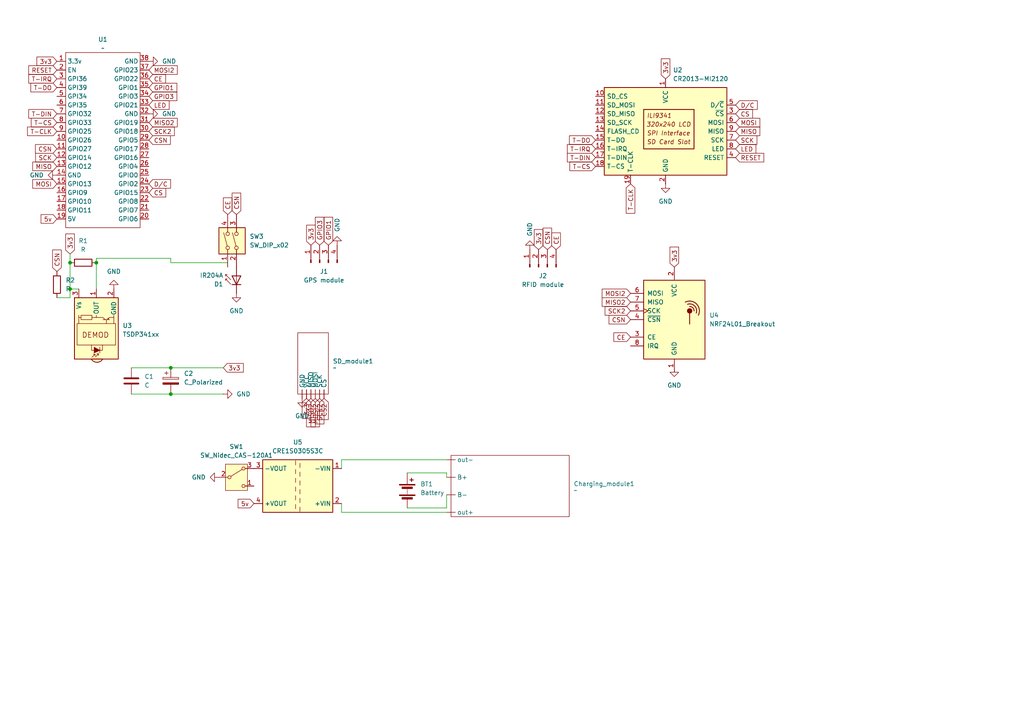
<source format=kicad_sch>
(kicad_sch (version 20250114) (generator "eeschema") (generator_version "9.0")
  (paper "A4")
  (lib_symbols
    (symbol "Connector:Conn_01x04_Pin" (pin_names (offset 1.016) (hide yes))
      (property "Reference" "J" (at 0 5.08 0))
      (property "Value" "Conn_01x04_Pin" (at 0 -7.62 0))
      (symbol "Conn_01x04_Pin_1_1"
        (rectangle (start 0.8636 2.667) (end 0 2.413) (stroke (width 0.1524)) (fill (type outline)))
        (rectangle (start 0.8636 0.127) (end 0 -0.127) (stroke (width 0.1524)) (fill (type outline)))
        (rectangle (start 0.8636 -2.413) (end 0 -2.667) (stroke (width 0.1524)) (fill (type outline)))
        (rectangle (start 0.8636 -4.953) (end 0 -5.207) (stroke (width 0.1524)) (fill (type outline)))
        (polyline (pts (xy 1.27 2.54) (xy 0.8636 2.54)) (stroke (width 0.1524)))
        (polyline (pts (xy 1.27 0) (xy 0.8636 0)) (stroke (width 0.1524)))
        (polyline (pts (xy 1.27 -2.54) (xy 0.8636 -2.54)) (stroke (width 0.1524)))
        (polyline (pts (xy 1.27 -5.08) (xy 0.8636 -5.08)) (stroke (width 0.1524)))
        (pin passive line (at 5.08 2.54 180) (length 3.81) (name "Pin_1") (number "1"))
        (pin passive line (at 5.08 0 180) (length 3.81) (name "Pin_2") (number "2"))
        (pin passive line (at 5.08 -2.54 180) (length 3.81) (name "Pin_3") (number "3"))
        (pin passive line (at 5.08 -5.08 180) (length 3.81) (name "Pin_4") (number "4"))
      )
    )
    (symbol "Device:Battery" (pin_numbers (hide yes)) (pin_names (offset 0) (hide yes))
      (property "Reference" "BT" (at 2.54 2.54 0))
      (property "Value" "Battery" (at 2.54 0 0))
      (symbol "Battery_0_1"
        (rectangle (start -2.286 1.778) (end 2.286 1.524) (fill (type outline)))
        (rectangle (start -2.286 -1.27) (end 2.286 -1.524) (fill (type outline)))
        (rectangle (start -1.524 1.016) (end 1.524 0.508) (fill (type outline)))
        (rectangle (start -1.524 -2.032) (end 1.524 -2.54) (fill (type outline)))
        (polyline (pts (xy 0 1.778) (xy 0 2.54)))
        (polyline (pts (xy 0 0) (xy 0 0.254)))
        (polyline (pts (xy 0 -0.508) (xy 0 -0.254)))
        (polyline (pts (xy 0 -1.016) (xy 0 -0.762)))
        (polyline (pts (xy 0.762 3.048) (xy 1.778 3.048)) (stroke (width 0.254)))
        (polyline (pts (xy 1.27 3.556) (xy 1.27 2.54)) (stroke (width 0.254)))
      )
      (symbol "Battery_1_1"
        (pin passive line (at 0 5.08 270) (length 2.54) (name "+") (number "1"))
        (pin passive line (at 0 -5.08 90) (length 2.54) (name "-") (number "2"))
      )
    )
    (symbol "Device:C" (pin_numbers (hide yes)) (pin_names (offset 0.254))
      (property "Reference" "C" (at 0.635 2.54 0))
      (property "Value" "C" (at 0.635 -2.54 0))
      (symbol "C_0_1"
        (polyline (pts (xy -2.032 0.762) (xy 2.032 0.762)) (stroke (width 0.508)))
        (polyline (pts (xy -2.032 -0.762) (xy 2.032 -0.762)) (stroke (width 0.508)))
      )
      (symbol "C_1_1"
        (pin passive line (at 0 3.81 270) (length 2.794) (name "~") (number "1"))
        (pin passive line (at 0 -3.81 90) (length 2.794) (name "~") (number "2"))
      )
    )
    (symbol "Device:C_Polarized" (pin_numbers (hide yes)) (pin_names (offset 0.254))
      (property "Reference" "C" (at 0.635 2.54 0))
      (property "Value" "C_Polarized" (at 0.635 -2.54 0))
      (symbol "C_Polarized_0_1"
        (rectangle (start -2.286 0.508) (end 2.286 1.016))
        (polyline (pts (xy -1.778 2.286) (xy -0.762 2.286)))
        (polyline (pts (xy -1.27 2.794) (xy -1.27 1.778)))
        (rectangle (start 2.286 -0.508) (end -2.286 -1.016) (fill (type outline)))
      )
      (symbol "C_Polarized_1_1"
        (pin passive line (at 0 3.81 270) (length 2.794) (name "~") (number "1"))
        (pin passive line (at 0 -3.81 90) (length 2.794) (name "~") (number "2"))
      )
    )
    (symbol "Device:R" (pin_numbers (hide yes)) (pin_names (offset 0))
      (property "Reference" "R" (at 2.032 0 90))
      (property "Value" "R" (at 0 0 90))
      (symbol "R_0_1"
        (rectangle (start -1.016 -2.54) (end 1.016 2.54) (stroke (width 0.254)))
      )
      (symbol "R_1_1"
        (pin passive line (at 0 3.81 270) (length 1.27) (name "~") (number "1"))
        (pin passive line (at 0 -3.81 90) (length 1.27) (name "~") (number "2"))
      )
    )
    (symbol "Driver_Display:CR2013-MI2120" (pin_names (offset 0.762))
      (property "Reference" "U2" (at 2.1433 17.78 0))
      (property "Value" "CR2013-MI2120" (at 2.1433 15.24 0))
      (symbol "CR2013-MI2120_0_0"
        (text "ILI9341" (at -5.461 4.572 0) (effects (font (size 1.27 1.27) (italic yes)) (justify left)))
        (text "SPI Interface" (at -5.461 -0.508 0) (effects (font (size 1.27 1.27) (italic yes)) (justify left)))
        (text "SD Card Slot" (at -5.461 -3.048 0) (effects (font (size 1.27 1.27) (italic yes)) (justify left)))
        (text "320x240 LCD" (at 0.889 2.032 0) (effects (font (size 1.27 1.27) (italic yes))))
      )
      (symbol "CR2013-MI2120_0_1"
        (rectangle (start -17.78 12.7) (end 17.78 -12.7) (stroke (width 0.254)) (fill (type background)))
        (rectangle (start -6.35 6.35) (end 8.255 -5.08) (stroke (width 0.254)))
      )
      (symbol "CR2013-MI2120_1_1"
        (pin input line (at -20.32 10.16 0) (length 2.54) (name "SD_CS") (number "10"))
        (pin input line (at -20.32 7.62 0) (length 2.54) (name "SD_MOSI") (number "11"))
        (pin output line (at -20.32 5.08 0) (length 2.54) (name "SD_MISO") (number "12"))
        (pin input line (at -20.32 2.54 0) (length 2.54) (name "SD_SCK") (number "13"))
        (pin input line (at -20.32 0 0) (length 2.54) (name "FLASH_CD") (number "14"))
        (pin output line (at -20.32 -2.54 0) (length 2.54) (name "T-DO") (number "15"))
        (pin input line (at -20.32 -5.08 0) (length 2.54) (name "T-IRQ") (number "16"))
        (pin input line (at -20.32 -7.62 0) (length 2.54) (name "T-DIN") (number "17"))
        (pin input line (at -20.32 -10.16 0) (length 2.54) (name "T-CS") (number "18"))
        (pin input line (at -10.16 -15.24 90) (length 2.54) (name "T-CLK") (number "19"))
        (pin power_in line (at 0 15.24 270) (length 2.54) (name "VCC") (number "1"))
        (pin power_in line (at 0 -15.24 90) (length 2.54) (name "GND") (number "2"))
        (pin input line (at 20.32 7.62 180) (length 2.54) (name "D/~{C}") (number "5"))
        (pin input line (at 20.32 5.08 180) (length 2.54) (name "~{CS}") (number "3"))
        (pin input line (at 20.32 2.54 180) (length 2.54) (name "MOSI") (number "6"))
        (pin output line (at 20.32 0 180) (length 2.54) (name "MISO") (number "9"))
        (pin input line (at 20.32 -2.54 180) (length 2.54) (name "SCK") (number "7"))
        (pin input line (at 20.32 -5.08 180) (length 2.54) (name "LED") (number "8"))
        (pin input line (at 20.32 -7.62 180) (length 2.54) (name "RESET") (number "4"))
      )
    )
    (symbol "Interface_Optical:TSDP341xx" (pin_names (offset 1.016))
      (property "Reference" "U" (at -10.16 7.62 0))
      (property "Value" "TSDP341xx" (at -10.16 -7.62 0))
      (symbol "TSDP341xx_0_0"
        (arc (start -10.287 -1.778) (mid -11.0899 -0.1905) (end -10.287 1.397) (stroke (width 0.254)) (fill (type background)))
        (polyline (pts (xy 1.905 5.08) (xy 0.127 5.08)))
        (polyline (pts (xy 1.905 -5.08) (xy 0.127 -5.08)))
        (text "DEMOD" (at -3.175 0.254 900) (effects (font (size 1.524 1.524))))
      )
      (symbol "TSDP341xx_0_1"
        (polyline (pts (xy -8.763 0.381) (xy -9.652 1.27)))
        (polyline (pts (xy -8.763 0.381) (xy -9.271 0.381)))
        (polyline (pts (xy -8.763 0.381) (xy -8.763 0.889)))
        (polyline (pts (xy -8.636 -0.635) (xy -9.525 0.254)))
        (polyline (pts (xy -8.636 -0.635) (xy -9.144 -0.635)))
        (polyline (pts (xy -8.636 -0.635) (xy -8.636 -0.127)))
        (polyline (pts (xy -8.382 0.635) (xy -6.731 0.635) (xy -7.62 -1.016) (xy -8.382 0.635)) (fill (type outline)))
        (polyline (pts (xy -8.382 -1.016) (xy -6.731 -1.016)))
        (rectangle (start -6.096 5.588) (end 0.127 -5.588))
        (polyline (pts (xy -6.096 1.397) (xy -7.62 1.397) (xy -7.62 -1.778) (xy -6.096 -1.778)))
        (polyline (pts (xy 1.27 -1.905) (xy 1.27 -3.81)))
        (polyline (pts (xy 1.27 -2.54) (xy 1.905 -1.905) (xy 1.905 0) (xy 2.54 0)))
        (polyline (pts (xy 1.27 -2.921) (xy 0.127 -2.921)))
        (polyline (pts (xy 1.27 -3.175) (xy 1.905 -3.81) (xy 1.905 -5.08) (xy 2.54 -5.08)))
        (polyline (pts (xy 1.397 -3.556) (xy 1.524 -3.556)))
        (polyline (pts (xy 1.651 -3.556) (xy 1.524 -3.556)))
        (polyline (pts (xy 1.651 -3.556) (xy 1.651 -3.302)))
        (polyline (pts (xy 1.905 4.445) (xy 1.905 5.08) (xy 2.54 5.08)))
        (polyline (pts (xy 1.905 0) (xy 1.905 1.27)))
        (rectangle (start 2.54 1.27) (end 1.27 4.445))
        (rectangle (start 7.62 6.35) (end -10.16 -6.35) (stroke (width 0.254)) (fill (type background)))
      )
      (symbol "TSDP341xx_1_1"
        (pin power_in line (at 10.16 5.08 180) (length 2.54) (name "Vs") (number "3"))
        (pin output line (at 10.16 0 180) (length 2.54) (name "OUT") (number "1"))
        (pin power_in line (at 10.16 -5.08 180) (length 2.54) (name "GND") (number "2"))
      )
    )
    (symbol "LED:IR204A" (pin_numbers (hide yes)) (pin_names (offset 1.016) (hide yes))
      (property "Reference" "D" (at 0.508 1.778 0))
      (property "Value" "IR204A" (at -1.016 -2.794 0))
      (symbol "IR204A_0_1"
        (polyline (pts (xy -2.54 1.27) (xy -2.54 -1.27)) (stroke (width 0.254)))
        (polyline (pts (xy -2.413 1.651) (xy -0.889 3.175) (xy -0.889 2.667) (xy -0.889 3.175) (xy -1.397 3.175)))
        (polyline (pts (xy -1.143 1.651) (xy 0.381 3.175) (xy 0.381 2.667)))
        (polyline (pts (xy 0 1.27) (xy -2.54 0) (xy 0 -1.27) (xy 0 1.27)) (stroke (width 0.254)))
        (polyline (pts (xy 0 0) (xy -2.54 0)))
        (polyline (pts (xy 0.381 3.175) (xy -0.127 3.175)))
      )
      (symbol "IR204A_1_1"
        (pin passive line (at -5.08 0 0) (length 2.54) (name "K") (number "1"))
        (pin passive line (at 2.54 0 180) (length 2.54) (name "A") (number "2"))
      )
    )
    (symbol "RF:NRF24L01_Breakout" (pin_names (offset 1.016))
      (property "Reference" "U" (at -8.89 12.7 0))
      (property "Value" "NRF24L01_Breakout" (at 3.81 12.7 0))
      (symbol "NRF24L01_Breakout_0_1"
        (rectangle (start -8.89 11.43) (end 8.89 -11.43) (stroke (width 0.254)) (fill (type background)))
        (arc (start 3.175 5.08) (mid 6.453 4.548) (end 6.985 1.27) (stroke (width 0.254)))
        (circle (center 4.445 2.54) (radius 0.635) (stroke (width 0.254)) (fill (type outline)))
        (polyline (pts (xy 4.445 1.905) (xy 4.445 -1.27)) (stroke (width 0.254)))
        (arc (start 3.81 4.445) (mid 5.8835 3.9785) (end 6.35 1.905) (stroke (width 0.254)))
        (arc (start 4.445 3.81) (mid 5.3558 3.4508) (end 5.715 2.54) (stroke (width 0.254)))
      )
      (symbol "NRF24L01_Breakout_1_1"
        (pin input line (at -12.7 7.62 0) (length 3.81) (name "MOSI") (number "6"))
        (pin output line (at -12.7 5.08 0) (length 3.81) (name "MISO") (number "7"))
        (pin input clock (at -12.7 2.54 0) (length 3.81) (name "SCK") (number "5"))
        (pin input line (at -12.7 0 0) (length 3.81) (name "~{CSN}") (number "4"))
        (pin input line (at -12.7 -5.08 0) (length 3.81) (name "CE") (number "3"))
        (pin output line (at -12.7 -7.62 0) (length 3.81) (name "IRQ") (number "8"))
        (pin power_in line (at 0 15.24 270) (length 3.81) (name "VCC") (number "2"))
        (pin power_in line (at 0 -15.24 90) (length 3.81) (name "GND") (number "1"))
      )
    )
    (symbol "Regulator_Switching:CRE1S0305S3C"
      (property "Reference" "U" (at -8.89 8.89 0))
      (property "Value" "CRE1S0305S3C" (at 2.54 8.89 0))
      (symbol "CRE1S0305S3C_0_1"
        (rectangle (start -10.16 7.62) (end 10.16 -7.62) (stroke (width 0.254)) (fill (type background)))
        (polyline (pts (xy -0.635 7.366) (xy -0.635 6.096)))
        (polyline (pts (xy -0.635 4.826) (xy -0.635 3.556)))
        (polyline (pts (xy -0.635 2.286) (xy -0.635 1.016)))
        (polyline (pts (xy -0.635 -0.254) (xy -0.635 -1.524)))
        (polyline (pts (xy -0.635 -2.794) (xy -0.635 -4.064)))
        (polyline (pts (xy -0.635 -5.334) (xy -0.635 -6.604)))
        (polyline (pts (xy 0.635 5.334) (xy 0.635 6.604)))
        (polyline (pts (xy 0.635 2.794) (xy 0.635 4.064)))
        (polyline (pts (xy 0.635 0.254) (xy 0.635 1.524)))
        (polyline (pts (xy 0.635 -2.286) (xy 0.635 -1.016)))
        (polyline (pts (xy 0.635 -4.826) (xy 0.635 -3.556)))
        (polyline (pts (xy 0.635 -7.366) (xy 0.635 -6.096)))
      )
      (symbol "CRE1S0305S3C_1_1"
        (pin power_in line (at -12.7 5.08 0) (length 2.54) (name "+VIN") (number "2"))
        (pin power_in line (at -12.7 -5.08 0) (length 2.54) (name "-VIN") (number "1"))
        (pin power_out line (at 12.7 5.08 180) (length 2.54) (name "+VOUT") (number "4"))
        (pin power_out line (at 12.7 -5.08 180) (length 2.54) (name "-VOUT") (number "3"))
      )
    )
    (symbol "Switch:SW_DIP_x02" (pin_names (offset 0) (hide yes))
      (property "Reference" "SW" (at 0 6.35 0))
      (property "Value" "SW_DIP_x02" (at 0 -3.81 0))
      (symbol "SW_DIP_x02_0_0"
        (circle (center -2.032 2.54) (radius 0.508))
        (circle (center -2.032 0) (radius 0.508))
        (polyline (pts (xy -1.524 2.667) (xy 2.3622 3.7084)))
        (polyline (pts (xy -1.524 0.127) (xy 2.3622 1.1684)))
        (circle (center 2.032 2.54) (radius 0.508))
        (circle (center 2.032 0) (radius 0.508))
      )
      (symbol "SW_DIP_x02_0_1"
        (rectangle (start -3.81 5.08) (end 3.81 -2.54) (stroke (width 0.254)) (fill (type background)))
      )
      (symbol "SW_DIP_x02_1_1"
        (pin passive line (at -7.62 2.54 0) (length 5.08) (name "~") (number "1"))
        (pin passive line (at -7.62 0 0) (length 5.08) (name "~") (number "2"))
        (pin passive line (at 7.62 2.54 180) (length 5.08) (name "~") (number "4"))
        (pin passive line (at 7.62 0 180) (length 5.08) (name "~") (number "3"))
      )
    )
    (symbol "Switch:SW_Nidec_CAS-120A1" (pin_names (offset 1) (hide yes))
      (property "Reference" "SW" (at 0 4.318 0))
      (property "Value" "SW_Nidec_CAS-120A1" (at 0 -5.08 0))
      (symbol "SW_Nidec_CAS-120A1_0_1"
        (circle (center -2.032 0) (radius 0.4572))
        (polyline (pts (xy -1.651 0.254) (xy 1.651 2.286)))
        (circle (center 2.032 2.54) (radius 0.4572))
        (circle (center 2.032 -2.54) (radius 0.4572))
      )
      (symbol "SW_Nidec_CAS-120A1_1_1"
        (rectangle (start -3.175 3.81) (end 3.175 -3.81) (fill (type background)))
        (pin passive line (at -5.08 0 0) (length 2.54) (name "B") (number "2"))
        (pin passive line (at 5.08 2.54 180) (length 2.54) (name "A") (number "3"))
        (pin passive line (at 5.08 -2.54 180) (length 2.54) (name "C") (number "1"))
      )
    )
    (symbol "gfd:Esp32"
      (property "Reference" "U" (at 0 0 0))
      (symbol "Esp32_0_1"
        (rectangle (start -10.16 16.51) (end 11.43 -34.29))
      )
      (symbol "Esp32_1_1"
        (pin bidirectional line (at -12.7 13.97 0) (length 2.54) (name "3.3v") (number "1"))
        (pin input line (at -12.7 11.43 0) (length 2.54) (name "EN") (number "2"))
        (pin input line (at -12.7 8.89 0) (length 2.54) (name "GPI36") (number "3"))
        (pin input line (at -12.7 6.35 0) (length 2.54) (name "GPI39") (number "4"))
        (pin input line (at -12.7 3.81 0) (length 2.54) (name "GPI34") (number "5"))
        (pin input line (at -12.7 1.27 0) (length 2.54) (name "GPI35") (number "6"))
        (pin bidirectional line (at -12.7 -1.27 0) (length 2.54) (name "GPIO32") (number "7"))
        (pin bidirectional line (at -12.7 -3.81 0) (length 2.54) (name "GPIO33") (number "8"))
        (pin bidirectional line (at -12.7 -6.35 0) (length 2.54) (name "GPIO25") (number "9"))
        (pin bidirectional line (at -12.7 -8.89 0) (length 2.54) (name "GPIO26") (number "10"))
        (pin bidirectional line (at -12.7 -11.43 0) (length 2.54) (name "GPIO27") (number "11"))
        (pin bidirectional line (at -12.7 -13.97 0) (length 2.54) (name "GPIO14") (number "12"))
        (pin bidirectional line (at -12.7 -16.51 0) (length 2.54) (name "GPIO12") (number "13"))
        (pin bidirectional line (at -12.7 -19.05 0) (length 2.54) (name "GND") (number "14"))
        (pin bidirectional line (at -12.7 -21.59 0) (length 2.54) (name "GPIO13") (number "15"))
        (pin bidirectional line (at -12.7 -24.13 0) (length 2.54) (name "GPIO9") (number "16"))
        (pin bidirectional line (at -12.7 -26.67 0) (length 2.54) (name "GPIO10") (number "17"))
        (pin bidirectional line (at -12.7 -29.21 0) (length 2.54) (name "GPIO11") (number "18"))
        (pin bidirectional line (at -12.7 -31.75 0) (length 2.54) (name "5V") (number "19"))
        (pin bidirectional line (at 13.97 13.97 180) (length 2.54) (name "GND") (number "38"))
        (pin bidirectional line (at 13.97 11.43 180) (length 2.54) (name "GPIO23") (number "37"))
        (pin bidirectional line (at 13.97 8.89 180) (length 2.54) (name "GPIO22") (number "36"))
        (pin bidirectional line (at 13.97 6.35 180) (length 2.54) (name "GPIO1") (number "35"))
        (pin bidirectional line (at 13.97 3.81 180) (length 2.54) (name "GPIO3") (number "34"))
        (pin bidirectional line (at 13.97 1.27 180) (length 2.54) (name "GPIO21") (number "33"))
        (pin bidirectional line (at 13.97 -1.27 180) (length 2.54) (name "GND") (number "32"))
        (pin bidirectional line (at 13.97 -3.81 180) (length 2.54) (name "GPIO19") (number "31"))
        (pin bidirectional line (at 13.97 -6.35 180) (length 2.54) (name "GPIO18") (number "30"))
        (pin bidirectional line (at 13.97 -8.89 180) (length 2.54) (name "GPIO5") (number "29"))
        (pin bidirectional line (at 13.97 -11.43 180) (length 2.54) (name "GPIO17") (number "28"))
        (pin bidirectional line (at 13.97 -13.97 180) (length 2.54) (name "GPIO16") (number "27"))
        (pin bidirectional line (at 13.97 -16.51 180) (length 2.54) (name "GPIO4") (number "26"))
        (pin bidirectional line (at 13.97 -19.05 180) (length 2.54) (name "GPIO0") (number "25"))
        (pin bidirectional line (at 13.97 -21.59 180) (length 2.54) (name "GPIO2") (number "24"))
        (pin bidirectional line (at 13.97 -24.13 180) (length 2.54) (name "GPIO15") (number "23"))
        (pin bidirectional line (at 13.97 -26.67 180) (length 2.54) (name "GPIO8") (number "22"))
        (pin bidirectional line (at 13.97 -29.21 180) (length 2.54) (name "GPIO7") (number "21"))
        (pin bidirectional line (at 13.97 -31.75 180) (length 2.54) (name "GPIO6") (number "20"))
      )
    )
    (symbol "my:Charging_module"
      (property "Reference" "Charging_module" (at -78.74 38.1 0))
      (symbol "Charging_module_0_1"
        (rectangle (start -87.63 36.83) (end -69.85 2.54))
      )
      (symbol "Charging_module_1_1"
        (pin output line (at -86.36 1.27 90) (length 2.54) (name "out-") (number ""))
        (pin bidirectional line (at -81.28 1.27 90) (length 2.54) (name "B+") (number ""))
        (pin bidirectional line (at -76.2 1.27 90) (length 2.54) (name "B-") (number ""))
        (pin output line (at -71.12 1.27 90) (length 2.54) (name "out+") (number ""))
      )
    )
    (symbol "my:SD_module"
      (property "Reference" "SD_module" (at 0 0 0))
      (symbol "SD_module_0_1"
        (rectangle (start -10.16 6.35) (end -1.27 -11.43))
      )
      (symbol "SD_module_1_1"
        (pin output line (at -8.89 -12.7 90) (length 2.54) (name "GND") (number ""))
        (pin input line (at -7.62 -12.7 90) (length 2.54) (name "VCC") (number ""))
        (pin input line (at -6.35 -12.7 90) (length 2.54) (name "MISO") (number ""))
        (pin output line (at -5.08 -12.7 90) (length 2.54) (name "MOSI") (number ""))
        (pin input line (at -3.81 -12.7 90) (length 2.54) (name "SCK") (number ""))
        (pin input line (at -2.54 -12.7 90) (length 2.54) (name "CS") (number ""))
      )
    )
    (symbol "power:GND" (power) (pin_numbers (hide yes)) (pin_names (offset 0) (hide yes))
      (property "Value" "GND" (at 0 -3.81 0))
      (symbol "GND_0_1"
        (polyline (pts (xy 0 0) (xy 0 -1.27) (xy 1.27 -1.27) (xy 0 -2.54) (xy -1.27 -1.27) (xy 0 -1.27)))
      )
      (symbol "GND_1_1"
        (pin power_in line (at 0 0 270) (length 0) (name "~") (number "1"))
      )
    )
  )
  (junction (at 20.32 83.82))
  (junction (at 27.94 76.2))
  (junction (at 49.53 106.68))
  (junction (at 49.53 114.3))
  (junction (at 20.32 76.2))
  (wire (pts (xy 129.54 148.59) (xy 99.06 148.59)))
  (wire (pts (xy 27.94 76.2) (xy 27.94 74.93)))
  (wire (pts (xy 27.94 83.82) (xy 27.94 76.2)))
  (wire (pts (xy 129.54 133.35) (xy 99.06 133.35)))
  (wire (pts (xy 49.53 114.3) (xy 64.77 114.3)))
  (wire (pts (xy 38.1 106.68) (xy 49.53 106.68)))
  (wire (pts (xy 129.54 137.16) (xy 129.54 138.43)))
  (wire (pts (xy 38.1 114.3) (xy 49.53 114.3)))
  (wire (pts (xy 118.11 147.32) (xy 129.54 147.32)))
  (wire (pts (xy 66.04 76.2) (xy 66.04 77.47)))
  (wire (pts (xy 16.51 86.36) (xy 20.32 86.36)))
  (wire (pts (xy 20.32 73.66) (xy 20.32 76.2)))
  (wire (pts (xy 118.11 137.16) (xy 129.54 137.16)))
  (wire (pts (xy 129.54 143.51) (xy 129.54 147.32)))
  (wire (pts (xy 49.53 74.93) (xy 49.53 76.2)))
  (wire (pts (xy 20.32 83.82) (xy 22.86 83.82)))
  (wire (pts (xy 27.94 74.93) (xy 49.53 74.93)))
  (wire (pts (xy 20.32 76.2) (xy 20.32 83.82)))
  (wire (pts (xy 49.53 76.2) (xy 66.04 76.2)))
  (wire (pts (xy 49.53 106.68) (xy 64.77 106.68)))
  (wire (pts (xy 99.06 146.05) (xy 99.06 148.59)))
  (wire (pts (xy 20.32 86.36) (xy 20.32 83.82)))
  (wire (pts (xy 99.06 133.35) (xy 99.06 135.89)))
  (global_label "MISO2" (shape input) (at 90.17 115.57 270) (property "Intersheetrefs" "${INTERSHEET_REFS}" (effects (hide yes))))
  (global_label "LED" (shape input) (at 43.18 30.48 0) (property "Intersheetrefs" "${INTERSHEET_REFS}" (effects (hide yes))))
  (global_label "CSN" (shape input) (at 43.18 40.64 0) (property "Intersheetrefs" "${INTERSHEET_REFS}" (effects (hide yes))))
  (global_label "MOSI" (shape input) (at 213.36 35.56 0) (property "Intersheetrefs" "${INTERSHEET_REFS}" (effects (hide yes))))
  (global_label "CE" (shape input) (at 182.88 97.79 180) (property "Intersheetrefs" "${INTERSHEET_REFS}" (effects (hide yes))))
  (global_label "3v3" (shape input) (at 64.77 106.68 0) (property "Intersheetrefs" "${INTERSHEET_REFS}" (effects (hide yes))))
  (global_label "CE" (shape input) (at 43.18 22.86 0) (property "Intersheetrefs" "${INTERSHEET_REFS}" (effects (hide yes))))
  (global_label "RESET" (shape input) (at 213.36 45.72 0) (property "Intersheetrefs" "${INTERSHEET_REFS}" (effects (hide yes))))
  (global_label "T-CLK" (shape input) (at 182.88 53.34 270) (property "Intersheetrefs" "${INTERSHEET_REFS}" (effects (hide yes))))
  (global_label "GPIO1" (shape input) (at 95.25 71.12 90) (property "Intersheetrefs" "${INTERSHEET_REFS}" (effects (hide yes))))
  (global_label "CS" (shape input) (at 43.18 55.88 0) (property "Intersheetrefs" "${INTERSHEET_REFS}" (effects (hide yes))))
  (global_label "CSN" (shape input) (at 16.51 78.74 90) (property "Intersheetrefs" "${INTERSHEET_REFS}" (effects (hide yes))))
  (global_label "T-DIN" (shape input) (at 16.51 33.02 180) (property "Intersheetrefs" "${INTERSHEET_REFS}" (effects (hide yes))))
  (global_label "CSN" (shape input) (at 16.51 43.18 180) (property "Intersheetrefs" "${INTERSHEET_REFS}" (effects (hide yes))))
  (global_label "3v3" (shape input) (at 20.32 73.66 90) (property "Intersheetrefs" "${INTERSHEET_REFS}" (effects (hide yes))))
  (global_label "MOSI" (shape input) (at 16.51 53.34 180) (property "Intersheetrefs" "${INTERSHEET_REFS}" (effects (hide yes))))
  (global_label "3v3" (shape input) (at 193.04 22.86 90) (property "Intersheetrefs" "${INTERSHEET_REFS}" (effects (hide yes))))
  (global_label "CE" (shape input) (at 66.04 62.23 90) (property "Intersheetrefs" "${INTERSHEET_REFS}" (effects (hide yes))))
  (global_label "SCK" (shape input) (at 16.51 45.72 180) (property "Intersheetrefs" "${INTERSHEET_REFS}" (effects (hide yes))))
  (global_label "T-DIN" (shape input) (at 172.72 45.72 180) (property "Intersheetrefs" "${INTERSHEET_REFS}" (effects (hide yes))))
  (global_label "5v" (shape input) (at 73.66 146.05 180) (property "Intersheetrefs" "${INTERSHEET_REFS}" (effects (hide yes))))
  (global_label "3v3" (shape input) (at 156.21 72.39 90) (property "Intersheetrefs" "${INTERSHEET_REFS}" (effects (hide yes))))
  (global_label "T-CS" (shape input) (at 16.51 35.56 180) (property "Intersheetrefs" "${INTERSHEET_REFS}" (effects (hide yes))))
  (global_label "T-IRQ" (shape input) (at 16.51 22.86 180) (property "Intersheetrefs" "${INTERSHEET_REFS}" (effects (hide yes))))
  (global_label "CS2" (shape input) (at 93.98 115.57 270) (property "Intersheetrefs" "${INTERSHEET_REFS}" (effects (hide yes))))
  (global_label "MISO2" (shape input) (at 43.18 35.56 0) (property "Intersheetrefs" "${INTERSHEET_REFS}" (effects (hide yes))))
  (global_label "T-CS" (shape input) (at 172.72 48.26 180) (property "Intersheetrefs" "${INTERSHEET_REFS}" (effects (hide yes))))
  (global_label "T-CLK" (shape input) (at 16.51 38.1 180) (property "Intersheetrefs" "${INTERSHEET_REFS}" (effects (hide yes))))
  (global_label "T-DO" (shape input) (at 16.51 25.4 180) (property "Intersheetrefs" "${INTERSHEET_REFS}" (effects (hide yes))))
  (global_label "SCK2" (shape input) (at 92.71 115.57 270) (property "Intersheetrefs" "${INTERSHEET_REFS}" (effects (hide yes))))
  (global_label "GPIO1" (shape input) (at 43.18 25.4 0) (property "Intersheetrefs" "${INTERSHEET_REFS}" (effects (hide yes))))
  (global_label "T-DO" (shape input) (at 172.72 40.64 180) (property "Intersheetrefs" "${INTERSHEET_REFS}" (effects (hide yes))))
  (global_label "MISO" (shape input) (at 213.36 38.1 0) (property "Intersheetrefs" "${INTERSHEET_REFS}" (effects (hide yes))))
  (global_label "D{slash}C" (shape input) (at 43.18 53.34 0) (property "Intersheetrefs" "${INTERSHEET_REFS}" (effects (hide yes))))
  (global_label "CS" (shape input) (at 213.36 33.02 0) (property "Intersheetrefs" "${INTERSHEET_REFS}" (effects (hide yes))))
  (global_label "SCK2" (shape input) (at 43.18 38.1 0) (property "Intersheetrefs" "${INTERSHEET_REFS}" (effects (hide yes))))
  (global_label "3v3" (shape input) (at 16.51 17.78 180) (property "Intersheetrefs" "${INTERSHEET_REFS}" (effects (hide yes))))
  (global_label "D{slash}C" (shape input) (at 213.36 30.48 0) (property "Intersheetrefs" "${INTERSHEET_REFS}" (effects (hide yes))))
  (global_label "3v3" (shape input) (at 90.17 71.12 90) (property "Intersheetrefs" "${INTERSHEET_REFS}" (effects (hide yes))))
  (global_label "CSN" (shape input) (at 182.88 92.71 180) (property "Intersheetrefs" "${INTERSHEET_REFS}" (effects (hide yes))))
  (global_label "5v" (shape input) (at 16.51 63.5 180) (property "Intersheetrefs" "${INTERSHEET_REFS}" (effects (hide yes))))
  (global_label "MISO2" (shape input) (at 182.88 87.63 180) (property "Intersheetrefs" "${INTERSHEET_REFS}" (effects (hide yes))))
  (global_label "MOSI2" (shape input) (at 91.44 115.57 270) (property "Intersheetrefs" "${INTERSHEET_REFS}" (effects (hide yes))))
  (global_label "LED" (shape input) (at 213.36 43.18 0) (property "Intersheetrefs" "${INTERSHEET_REFS}" (effects (hide yes))))
  (global_label "3v3" (shape input) (at 88.9 115.57 270) (property "Intersheetrefs" "${INTERSHEET_REFS}" (effects (hide yes))))
  (global_label "T-IRQ" (shape input) (at 172.72 43.18 180) (property "Intersheetrefs" "${INTERSHEET_REFS}" (effects (hide yes))))
  (global_label "GPIO3" (shape input) (at 43.18 27.94 0) (property "Intersheetrefs" "${INTERSHEET_REFS}" (effects (hide yes))))
  (global_label "MISO" (shape input) (at 16.51 48.26 180) (property "Intersheetrefs" "${INTERSHEET_REFS}" (effects (hide yes))))
  (global_label "MOSI2" (shape input) (at 182.88 85.09 180) (property "Intersheetrefs" "${INTERSHEET_REFS}" (effects (hide yes))))
  (global_label "CE" (shape input) (at 161.29 72.39 90) (property "Intersheetrefs" "${INTERSHEET_REFS}" (effects (hide yes))))
  (global_label "3v3" (shape input) (at 195.58 77.47 90) (property "Intersheetrefs" "${INTERSHEET_REFS}" (effects (hide yes))))
  (global_label "MOSI2" (shape input) (at 43.18 20.32 0) (property "Intersheetrefs" "${INTERSHEET_REFS}" (effects (hide yes))))
  (global_label "RESET" (shape input) (at 16.51 20.32 180) (property "Intersheetrefs" "${INTERSHEET_REFS}" (effects (hide yes))))
  (global_label "GPIO3" (shape input) (at 92.71 71.12 90) (property "Intersheetrefs" "${INTERSHEET_REFS}" (effects (hide yes))))
  (global_label "SCK2" (shape input) (at 182.88 90.17 180) (property "Intersheetrefs" "${INTERSHEET_REFS}" (effects (hide yes))))
  (global_label "CSN" (shape input) (at 158.75 72.39 90) (property "Intersheetrefs" "${INTERSHEET_REFS}" (effects (hide yes))))
  (global_label "CSN" (shape input) (at 68.58 62.23 90) (property "Intersheetrefs" "${INTERSHEET_REFS}" (effects (hide yes))))
  (global_label "SCK" (shape input) (at 213.36 40.64 0) (property "Intersheetrefs" "${INTERSHEET_REFS}" (effects (hide yes))))
  (symbol (lib_id "Driver_Display:CR2013-MI2120") (at 193.04 38.1 0) (unit 1)
    (property "Reference" "U2" (at 195.1833 20.32 0) (effects (justify left)))
    (property "Value" "CR2013-MI2120" (at 195.1833 22.86 0) (effects (justify left)))
    (property "Footprint" "Display:CR2013-MI2120" (effects (hide yes)))
    (property "Datasheet" "http://pan.baidu.com/s/11Y990" (effects (hide yes)))
    (property "Description" "ILI9341 controller, SPI TFT LCD Display, 9-pin breakout PCB, 4-pin SD card interface, 5V/3.3V" (effects (hide yes)))
  )
  (symbol (lib_id "Interface_Optical:TSDP341xx") (at 27.94 93.98 90) (unit 1)
    (property "Reference" "U3" (at 35.56 94.4448 90) (effects (justify right)))
    (property "Value" "TSDP341xx" (at 35.56 96.9848 90) (effects (justify right)))
    (property "Footprint" "OptoDevice:Vishay_MOLD-3Pin" (effects (hide yes)))
    (property "Datasheet" "http://www.vishay.com/docs/82667/tsdp341.pdf" (effects (hide yes)))
    (property "Description" "IR Receiver Modules for Data Transmission" (effects (hide yes)))
  )
  (symbol (lib_id "my:SD_module") (at 96.52 102.87 0) (unit 1)
    (property "Reference" "SD_module1" (at 96.52 104.7749 0) (effects (justify left)))
    (property "Value" "~" (at 96.52 106.68 0) (effects (justify left)))
    (property "Footprint" "my:SD module" (effects (hide yes)))
  )
  (symbol (lib_id "LED:IR204A") (at 68.58 80.01 90) (unit 1)
    (property "Reference" "D1" (at 64.77 82.4231 90) (effects (justify left)))
    (property "Value" "IR204A" (at 64.77 79.8831 90) (effects (justify left)))
    (property "Footprint" "LED_THT:LED_D3.0mm_IRBlack" (effects (hide yes)))
    (property "Datasheet" "http://www.everlight.com/file/ProductFile/IR204-A.pdf" (effects (hide yes)))
    (property "Description" "Infrared LED , 3mm LED package" (effects (hide yes)))
  )
  (symbol (lib_id "Device:C_Polarized") (at 49.53 110.49 0) (unit 1)
    (property "Reference" "C2" (at 53.34 108.3309 0) (effects (justify left)))
    (property "Value" "C_Polarized" (at 53.34 110.8709 0) (effects (justify left)))
    (property "Footprint" "Capacitor_THT:CP_Axial_L10.0mm_D4.5mm_P15.00mm_Horizontal" (effects (hide yes)))
    (property "Description" "Polarized capacitor" (effects (hide yes)))
  )
  (symbol (lib_id "my:Charging_module") (at 128.27 219.71 270) (unit 1)
    (property "Reference" "Charging_module1" (at 166.37 140.3349 90) (effects (justify left)))
    (property "Value" "~" (at 166.37 142.24 90) (effects (justify left)))
    (property "Footprint" "my:charging chip" (effects (hide yes)))
  )
  (symbol (lib_id "Switch:SW_DIP_x02") (at 68.58 69.85 90) (unit 1)
    (property "Reference" "SW3" (at 72.39 68.5799 90) (effects (justify right)))
    (property "Value" "SW_DIP_x02" (at 72.39 71.1199 90) (effects (justify right)))
    (property "Footprint" "Button_Switch_THT:SW_DIP_SPSTx01_Slide_6.7x4.1mm_W7.62mm_P2.54mm_LowProfile" (effects (hide yes)))
    (property "Description" "2x DIP Switch, Single Pole Single Throw (SPST) switch, small symbol" (effects (hide yes)))
  )
  (symbol (lib_id "Device:C") (at 38.1 110.49 0) (unit 1)
    (property "Reference" "C1" (at 41.91 109.2199 0) (effects (justify left)))
    (property "Value" "C" (at 41.91 111.7599 0) (effects (justify left)))
    (property "Footprint" "Capacitor_THT:CP_Axial_L10.0mm_D4.5mm_P15.00mm_Horizontal" (effects (hide yes)))
    (property "Description" "Unpolarized capacitor" (effects (hide yes)))
  )
  (symbol (lib_id "Regulator_Switching:CRE1S0305S3C") (at 86.36 140.97 180) (unit 1)
    (property "Reference" "U5" (at 86.36 128.27 0))
    (property "Value" "CRE1S0305S3C" (at 86.36 130.81 0))
    (property "Footprint" "Converter_DCDC:Converter_DCDC_Murata_CRE1xxxxxx3C_THT" (effects (hide yes)))
    (property "Datasheet" "http://power.murata.com/datasheet?/data/power/ncl/kdc_cre1.pdf" (effects (hide yes)))
    (property "Description" "3.3V to 5V 200mA, Isolated 2W Single-Output DC-DC Converter Modules with 3kV isolation, SIP-4" (effects (hide yes)))
  )
  (symbol (lib_id "power:GND") (at 43.18 33.02 90) (unit 1)
    (property "Reference" "#PWR03" (effects (hide yes)))
    (property "Value" "GND" (at 46.99 33.0199 90) (effects (justify right)))
    (property "Description" "Power symbol creates a global label with name \"GND\" , ground" (effects (hide yes)))
  )
  (symbol (lib_id "gfd:Esp32") (at 29.21 31.75 0) (unit 1)
    (property "Reference" "U1" (at 29.845 11.43 0))
    (property "Value" "~" (at 29.845 13.97 0))
    (property "Footprint" "gg:ESP32-38pin" (effects (hide yes)))
  )
  (symbol (lib_id "RF:NRF24L01_Breakout") (at 195.58 92.71 0) (unit 1)
    (property "Reference" "U4" (at 205.74 91.4399 0) (effects (justify left)))
    (property "Value" "NRF24L01_Breakout" (at 205.74 93.9799 0) (effects (justify left)))
    (property "Footprint" "RF_Module:nRF24L01_Breakout" (effects (hide yes)))
    (property "Datasheet" "http://www.nordicsemi.com/eng/content/download/2730/34105/file/nRF24L01_Product_Specification_v2_0.pdf" (effects (hide yes)))
    (property "Description" "Ultra low power 2.4GHz RF Transceiver, Carrier PCB" (effects (hide yes)))
  )
  (symbol (lib_id "Connector:Conn_01x04_Pin") (at 156.21 77.47 90) (unit 1)
    (property "Reference" "J2" (at 157.48 80.01 90))
    (property "Value" "RFID module" (at 157.48 82.55 90))
    (property "Footprint" "my:RFID" (effects (hide yes)))
    (property "Description" "Generic connector, single row, 01x04, script generated" (effects (hide yes)))
  )
  (symbol (lib_id "Switch:SW_Nidec_CAS-120A1") (at 68.58 138.43 0) (unit 1)
    (property "Reference" "SW1" (at 68.58 129.54 0))
    (property "Value" "SW_Nidec_CAS-120A1" (at 68.58 132.08 0))
    (property "Footprint" "Button_Switch_SMD:Nidec_Copal_CAS-120A" (effects (hide yes)))
    (property "Datasheet" "https://www.nidec-components.com/e/catalog/switch/cas.pdf" (effects (hide yes)))
    (property "Description" "Switch, single pole double throw" (effects (hide yes)))
  )
  (symbol (lib_id "power:GND") (at 64.77 114.3 90) (unit 1)
    (property "Reference" "#PWR08" (effects (hide yes)))
    (property "Value" "GND" (at 68.58 114.2999 90) (effects (justify right)))
    (property "Description" "Power symbol creates a global label with name \"GND\" , ground" (effects (hide yes)))
  )
  (symbol (lib_id "Device:R") (at 16.51 82.55 180) (unit 1)
    (property "Reference" "R2" (at 19.05 81.2799 0) (effects (justify right)))
    (property "Value" "R" (at 19.05 83.8199 0) (effects (justify right)))
    (property "Footprint" "Resistor_THT:R_Axial_DIN0204_L3.6mm_D1.6mm_P5.08mm_Horizontal" (effects (hide yes)))
    (property "Description" "Resistor" (effects (hide yes)))
  )
  (symbol (lib_id "power:GND") (at 97.79 71.12 180) (unit 1)
    (property "Reference" "#PWR05" (effects (hide yes)))
    (property "Value" "GND" (at 97.7899 67.31 90) (effects (justify right)))
    (property "Description" "Power symbol creates a global label with name \"GND\" , ground" (effects (hide yes)))
  )
  (symbol (lib_id "power:GND") (at 193.04 53.34 0) (unit 1)
    (property "Reference" "#PWR010" (effects (hide yes)))
    (property "Value" "GND" (at 193.04 58.42 0))
    (property "Description" "Power symbol creates a global label with name \"GND\" , ground" (effects (hide yes)))
  )
  (symbol (lib_id "power:GND") (at 153.67 72.39 180) (unit 1)
    (property "Reference" "#PWR06" (effects (hide yes)))
    (property "Value" "GND" (at 153.6699 68.58 90) (effects (justify right)))
    (property "Description" "Power symbol creates a global label with name \"GND\" , ground" (effects (hide yes)))
  )
  (symbol (lib_id "power:GND") (at 68.58 85.09 0) (unit 1)
    (property "Reference" "#PWR04" (effects (hide yes)))
    (property "Value" "GND" (at 68.58 90.17 0))
    (property "Description" "Power symbol creates a global label with name \"GND\" , ground" (effects (hide yes)))
  )
  (symbol (lib_id "power:GND") (at 16.51 50.8 270) (unit 1)
    (property "Reference" "#PWR012" (effects (hide yes)))
    (property "Value" "GND" (at 12.7 50.7999 90) (effects (justify right)))
    (property "Description" "Power symbol creates a global label with name \"GND\" , ground" (effects (hide yes)))
  )
  (symbol (lib_id "power:GND") (at 63.5 138.43 270) (unit 1)
    (property "Reference" "#PWR011" (effects (hide yes)))
    (property "Value" "GND" (at 59.69 138.4299 90) (effects (justify right)))
    (property "Description" "Power symbol creates a global label with name \"GND\" , ground" (effects (hide yes)))
  )
  (symbol (lib_id "Device:Battery") (at 118.11 142.24 0) (unit 1)
    (property "Reference" "BT1" (at 121.92 140.3984 0) (effects (justify left)))
    (property "Value" "Battery" (at 121.92 142.9384 0) (effects (justify left)))
    (property "Footprint" "Battery:BatteryHolder_Keystone_106_1x20mm" (effects (hide yes)))
    (property "Description" "Multiple-cell battery" (effects (hide yes)))
  )
  (symbol (lib_id "power:GND") (at 43.18 17.78 90) (unit 1)
    (property "Reference" "#PWR02" (effects (hide yes)))
    (property "Value" "GND" (at 46.99 17.7799 90) (effects (justify right)))
    (property "Description" "Power symbol creates a global label with name \"GND\" , ground" (effects (hide yes)))
  )
  (symbol (lib_id "power:GND") (at 195.58 106.68 0) (unit 1)
    (property "Reference" "#PWR07" (effects (hide yes)))
    (property "Value" "GND" (at 195.58 111.76 0))
    (property "Description" "Power symbol creates a global label with name \"GND\" , ground" (effects (hide yes)))
  )
  (symbol (lib_id "power:GND") (at 33.02 83.82 180) (unit 1)
    (property "Reference" "#PWR01" (effects (hide yes)))
    (property "Value" "GND" (at 33.02 78.74 0))
    (property "Description" "Power symbol creates a global label with name \"GND\" , ground" (effects (hide yes)))
  )
  (symbol (lib_id "Connector:Conn_01x04_Pin") (at 92.71 76.2 90) (unit 1)
    (property "Reference" "J1" (at 93.98 78.74 90))
    (property "Value" "GPS module" (at 93.98 81.28 90))
    (property "Footprint" "my:GPS" (effects (hide yes)))
    (property "Description" "Generic connector, single row, 01x04, script generated" (effects (hide yes)))
  )
  (symbol (lib_id "Device:R") (at 24.13 76.2 90) (unit 1)
    (property "Reference" "R1" (at 24.13 69.85 90))
    (property "Value" "R" (at 24.13 72.39 90))
    (property "Footprint" "Resistor_THT:R_Axial_DIN0204_L3.6mm_D1.6mm_P5.08mm_Horizontal" (effects (hide yes)))
    (property "Description" "Resistor" (effects (hide yes)))
  )
  (symbol (lib_id "power:GND") (at 87.63 115.57 0) (unit 1)
    (property "Reference" "#PWR09" (effects (hide yes)))
    (property "Value" "GND" (at 87.63 120.65 0))
    (property "Description" "Power symbol creates a global label with name \"GND\" , ground" (effects (hide yes)))
  )
)
</source>
